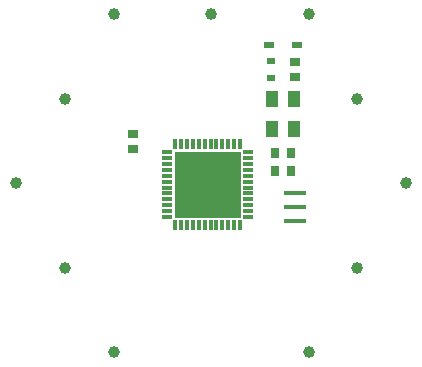
<source format=gbp>
G04*
G04 #@! TF.GenerationSoftware,Altium Limited,Altium Designer,25.8.1 (18)*
G04*
G04 Layer_Color=128*
%FSLAX44Y44*%
%MOMM*%
G71*
G04*
G04 #@! TF.SameCoordinates,49EF26A0-86A8-49CD-8BE6-FAAFDC87ECF6*
G04*
G04*
G04 #@! TF.FilePolarity,Positive*
G04*
G01*
G75*
%ADD21R,0.6400X0.8900*%
G04:AMPARAMS|DCode=22|XSize=1mm|YSize=1mm|CornerRadius=0.5mm|HoleSize=0mm|Usage=FLASHONLY|Rotation=300.000|XOffset=0mm|YOffset=0mm|HoleType=Round|Shape=RoundedRectangle|*
%AMROUNDEDRECTD22*
21,1,1.0000,0.0000,0,0,300.0*
21,1,0.0000,1.0000,0,0,300.0*
1,1,1.0000,0.0000,0.0000*
1,1,1.0000,0.0000,0.0000*
1,1,1.0000,0.0000,0.0000*
1,1,1.0000,0.0000,0.0000*
%
%ADD22ROUNDEDRECTD22*%
G04:AMPARAMS|DCode=23|XSize=1mm|YSize=1mm|CornerRadius=0.5mm|HoleSize=0mm|Usage=FLASHONLY|Rotation=60.000|XOffset=0mm|YOffset=0mm|HoleType=Round|Shape=RoundedRectangle|*
%AMROUNDEDRECTD23*
21,1,1.0000,0.0000,0,0,60.0*
21,1,0.0000,1.0000,0,0,60.0*
1,1,1.0000,0.0000,0.0000*
1,1,1.0000,0.0000,0.0000*
1,1,1.0000,0.0000,0.0000*
1,1,1.0000,0.0000,0.0000*
%
%ADD23ROUNDEDRECTD23*%
G04:AMPARAMS|DCode=24|XSize=1mm|YSize=1mm|CornerRadius=0.5mm|HoleSize=0mm|Usage=FLASHONLY|Rotation=180.000|XOffset=0mm|YOffset=0mm|HoleType=Round|Shape=RoundedRectangle|*
%AMROUNDEDRECTD24*
21,1,1.0000,0.0000,0,0,180.0*
21,1,0.0000,1.0000,0,0,180.0*
1,1,1.0000,0.0000,0.0000*
1,1,1.0000,0.0000,0.0000*
1,1,1.0000,0.0000,0.0000*
1,1,1.0000,0.0000,0.0000*
%
%ADD24ROUNDEDRECTD24*%
%ADD42R,0.9000X0.5000*%
%ADD43R,0.9500X0.8000*%
%ADD44R,1.9000X0.4001*%
%ADD45R,5.7000X5.7000*%
%ADD46R,0.8500X0.3000*%
%ADD47R,1.0922X1.3970*%
%ADD48R,0.8000X0.6000*%
%ADD49R,0.3000X0.8500*%
D21*
X67960Y10160D02*
D03*
X53960D02*
D03*
X67960Y25400D02*
D03*
X53960D02*
D03*
D22*
X165199Y0D02*
D03*
X-165199D02*
D03*
X-123901Y71501D02*
D03*
X123901Y-71601D02*
D03*
D23*
X82601Y-143101D02*
D03*
X-82601Y143101D02*
D03*
X0D02*
D03*
D24*
X82601D02*
D03*
X-82601Y-143101D02*
D03*
X-123901Y-71501D02*
D03*
X123901Y71501D02*
D03*
D42*
X72460Y116840D02*
D03*
X49460D02*
D03*
D43*
X71120Y102770D02*
D03*
X-66040Y41810D02*
D03*
X71120Y90270D02*
D03*
X-66040Y29310D02*
D03*
D44*
X71120Y-20320D02*
D03*
Y-32319D02*
D03*
Y-8321D02*
D03*
D45*
X-2980Y-1060D02*
D03*
D46*
X31520Y-13560D02*
D03*
Y-8560D02*
D03*
Y-18560D02*
D03*
Y-3560D02*
D03*
Y1440D02*
D03*
Y6440D02*
D03*
Y11440D02*
D03*
X-37480Y6440D02*
D03*
Y21440D02*
D03*
X31520Y-28560D02*
D03*
X-37480Y26440D02*
D03*
Y-8560D02*
D03*
X31520Y-23560D02*
D03*
X-37480Y16440D02*
D03*
Y11440D02*
D03*
Y1440D02*
D03*
Y-3560D02*
D03*
Y-13560D02*
D03*
Y-18560D02*
D03*
Y-23560D02*
D03*
Y-28560D02*
D03*
X31520Y16440D02*
D03*
Y21440D02*
D03*
Y26440D02*
D03*
D47*
X70231Y71120D02*
D03*
Y45720D02*
D03*
X51689Y71120D02*
D03*
Y45720D02*
D03*
D48*
X50800Y89520D02*
D03*
Y103520D02*
D03*
D49*
X9520Y-35560D02*
D03*
X24520D02*
D03*
X-480D02*
D03*
X-5480Y33440D02*
D03*
X4520Y-35560D02*
D03*
X19520D02*
D03*
X-10480Y33440D02*
D03*
X14520Y-35560D02*
D03*
X24520Y33440D02*
D03*
X19520D02*
D03*
X14520D02*
D03*
X9520D02*
D03*
X4520D02*
D03*
X-480D02*
D03*
X-15480D02*
D03*
X-20480D02*
D03*
X-25480D02*
D03*
X-30480D02*
D03*
Y-35560D02*
D03*
X-25480D02*
D03*
X-20480D02*
D03*
X-15480D02*
D03*
X-10480D02*
D03*
X-5480D02*
D03*
M02*

</source>
